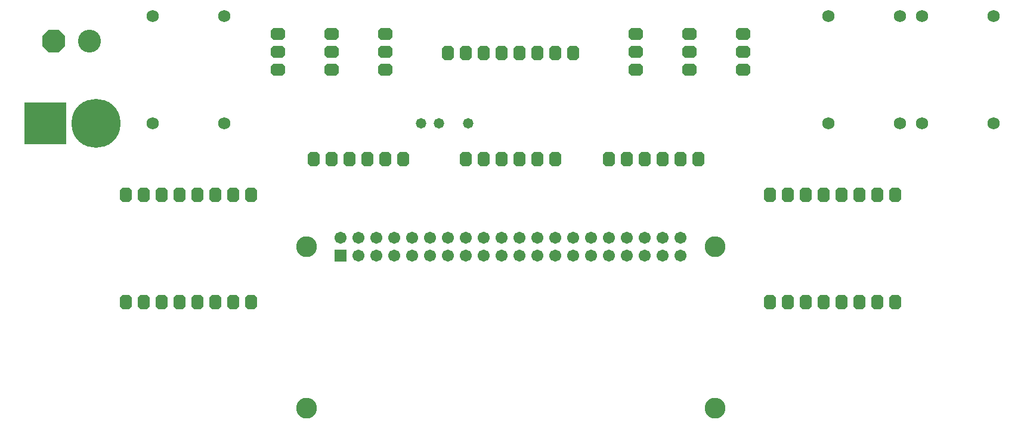
<source format=gts>
G04*
G04 #@! TF.GenerationSoftware,Altium Limited,Altium Designer,21.2.0 (30)*
G04*
G04 Layer_Color=8388736*
%FSLAX25Y25*%
%MOIN*%
G70*
G04*
G04 #@! TF.SameCoordinates,915FADF9-C2CC-4250-813C-173C15824247*
G04*
G04*
G04 #@! TF.FilePolarity,Negative*
G04*
G01*
G75*
G04:AMPARAMS|DCode=16|XSize=83mil|YSize=68mil|CornerRadius=0mil|HoleSize=0mil|Usage=FLASHONLY|Rotation=90.000|XOffset=0mil|YOffset=0mil|HoleType=Round|Shape=Octagon|*
%AMOCTAGOND16*
4,1,8,0.01700,0.04150,-0.01700,0.04150,-0.03400,0.02450,-0.03400,-0.02450,-0.01700,-0.04150,0.01700,-0.04150,0.03400,-0.02450,0.03400,0.02450,0.01700,0.04150,0.0*
%
%ADD16OCTAGOND16*%

%ADD17C,0.06800*%
%ADD18C,0.11627*%
%ADD19C,0.06737*%
%ADD20R,0.06737X0.06737*%
G04:AMPARAMS|DCode=21|XSize=83mil|YSize=68mil|CornerRadius=0mil|HoleSize=0mil|Usage=FLASHONLY|Rotation=0.000|XOffset=0mil|YOffset=0mil|HoleType=Round|Shape=Octagon|*
%AMOCTAGOND21*
4,1,8,0.04150,-0.01700,0.04150,0.01700,0.02450,0.03400,-0.02450,0.03400,-0.04150,0.01700,-0.04150,-0.01700,-0.02450,-0.03400,0.02450,-0.03400,0.04150,-0.01700,0.0*
%
%ADD21OCTAGOND21*%

%ADD22C,0.12800*%
%ADD23P,0.13855X8X22.5*%
%ADD24C,0.27375*%
%ADD25R,0.23635X0.23635*%
%ADD26C,0.05800*%
D16*
X-80000Y-90000D02*
D03*
X-90000D02*
D03*
X-5000Y-30800D02*
D03*
X-15000D02*
D03*
X145000Y-110000D02*
D03*
X155000D02*
D03*
X165000D02*
D03*
X175000D02*
D03*
X185000D02*
D03*
X195000D02*
D03*
X205000D02*
D03*
X215000D02*
D03*
X145000Y-170000D02*
D03*
X155000D02*
D03*
X165000D02*
D03*
X175000D02*
D03*
X185000D02*
D03*
X195000D02*
D03*
X205000D02*
D03*
X215000D02*
D03*
X-215000Y-110000D02*
D03*
X-205000D02*
D03*
X-195000D02*
D03*
X-185000D02*
D03*
X-175000D02*
D03*
X-165000D02*
D03*
X-155000D02*
D03*
X-145000D02*
D03*
X-215000Y-170000D02*
D03*
X-205000D02*
D03*
X-195000D02*
D03*
X-185000D02*
D03*
X-175000D02*
D03*
X-165000D02*
D03*
X-155000D02*
D03*
X-145000D02*
D03*
X35000Y-30800D02*
D03*
X25000D02*
D03*
X15000D02*
D03*
X5000D02*
D03*
X-25000D02*
D03*
X-35000D02*
D03*
X-110000Y-90000D02*
D03*
X-100000D02*
D03*
X-70000D02*
D03*
X-60000D02*
D03*
X-25000D02*
D03*
X-15000D02*
D03*
X-5000D02*
D03*
X5000D02*
D03*
X15000D02*
D03*
X25000D02*
D03*
X55000D02*
D03*
X65000D02*
D03*
X75000D02*
D03*
X85000D02*
D03*
X95000D02*
D03*
X105000D02*
D03*
D17*
X270000Y-70000D02*
D03*
Y-10000D02*
D03*
X230000Y-70000D02*
D03*
Y-10000D02*
D03*
X-200000D02*
D03*
Y-70000D02*
D03*
X-160000Y-10000D02*
D03*
Y-70000D02*
D03*
X217500D02*
D03*
Y-10000D02*
D03*
X177500Y-70000D02*
D03*
Y-10000D02*
D03*
D18*
X114173Y-139000D02*
D03*
Y-229551D02*
D03*
X-114173Y-139000D02*
D03*
Y-229551D02*
D03*
D19*
X95000Y-134000D02*
D03*
Y-144000D02*
D03*
X85000Y-134000D02*
D03*
Y-144000D02*
D03*
X75000Y-134000D02*
D03*
Y-144000D02*
D03*
X65000Y-134000D02*
D03*
Y-144000D02*
D03*
X55000Y-134000D02*
D03*
Y-144000D02*
D03*
X45000Y-134000D02*
D03*
Y-144000D02*
D03*
X35000Y-134000D02*
D03*
Y-144000D02*
D03*
X25000Y-134000D02*
D03*
Y-144000D02*
D03*
X15000Y-134000D02*
D03*
Y-144000D02*
D03*
X5000Y-134000D02*
D03*
Y-144000D02*
D03*
X-5000Y-134000D02*
D03*
Y-144000D02*
D03*
X-15000Y-134000D02*
D03*
Y-144000D02*
D03*
X-25000Y-134000D02*
D03*
Y-144000D02*
D03*
X-35000Y-134000D02*
D03*
Y-144000D02*
D03*
X-45000Y-134000D02*
D03*
Y-144000D02*
D03*
X-55000Y-134000D02*
D03*
Y-144000D02*
D03*
X-65000Y-134000D02*
D03*
Y-144000D02*
D03*
X-75000Y-134000D02*
D03*
Y-144000D02*
D03*
X-85000Y-134000D02*
D03*
Y-144000D02*
D03*
X-95000Y-134000D02*
D03*
D20*
Y-144000D02*
D03*
D21*
X-130000Y-40000D02*
D03*
Y-30000D02*
D03*
Y-20000D02*
D03*
X130000Y-40000D02*
D03*
Y-30000D02*
D03*
Y-20000D02*
D03*
X-70000Y-40000D02*
D03*
Y-30000D02*
D03*
Y-20000D02*
D03*
X-100000Y-40000D02*
D03*
Y-30000D02*
D03*
Y-20000D02*
D03*
X100000Y-40000D02*
D03*
Y-30000D02*
D03*
Y-20000D02*
D03*
X70000Y-40000D02*
D03*
Y-30000D02*
D03*
Y-20000D02*
D03*
D22*
X-235550Y-23950D02*
D03*
D23*
X-255550D02*
D03*
D24*
X-231654Y-70000D02*
D03*
D25*
X-260000D02*
D03*
D26*
X-23800D02*
D03*
X-40000D02*
D03*
X-50000D02*
D03*
M02*

</source>
